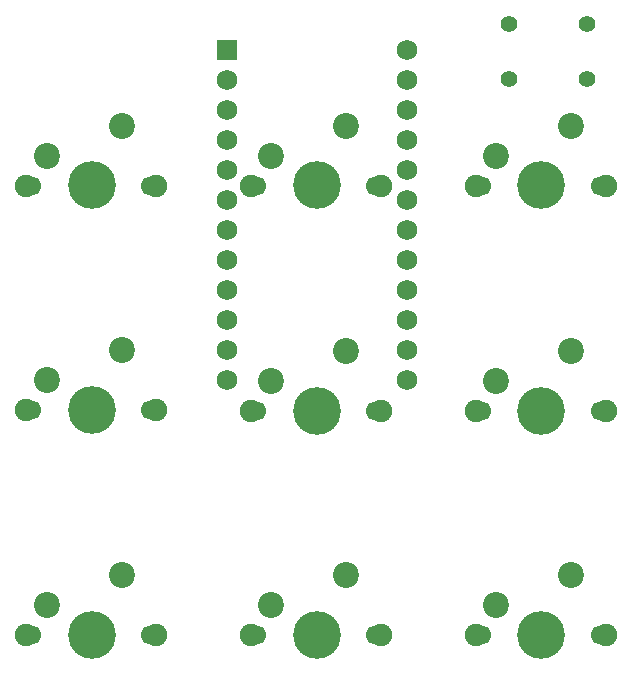
<source format=gbr>
%TF.GenerationSoftware,Altium Limited,Altium Designer,20.1.12 (249)*%
G04 Layer_Color=255*
%FSLAX26Y26*%
%MOIN*%
%TF.SameCoordinates,F1925889-B8ED-483B-8674-5474D18B1AF1*%
%TF.FilePolarity,Positive*%
%TF.FileFunction,Pads,Top*%
%TF.Part,Single*%
G01*
G75*
%TA.AperFunction,ComponentPad*%
%ADD10C,0.069016*%
%ADD11R,0.069016X0.069016*%
%ADD12C,0.159449*%
%ADD13C,0.086614*%
%ADD14C,0.074803*%
%ADD15C,0.066929*%
%ADD16C,0.055118*%
D10*
X848854Y1624174D02*
D03*
Y2224174D02*
D03*
Y2024174D02*
D03*
Y1824174D02*
D03*
Y1924174D02*
D03*
Y1424174D02*
D03*
Y1524174D02*
D03*
Y1224174D02*
D03*
Y2124174D02*
D03*
Y1724174D02*
D03*
Y1324174D02*
D03*
X1448854Y1624174D02*
D03*
Y2324174D02*
D03*
Y2024174D02*
D03*
Y2224174D02*
D03*
Y1824174D02*
D03*
Y1924174D02*
D03*
Y1424174D02*
D03*
Y1524174D02*
D03*
Y1224174D02*
D03*
Y1724174D02*
D03*
Y1324174D02*
D03*
Y2124174D02*
D03*
D11*
X848854Y2324174D02*
D03*
D12*
X397047Y375000D02*
D03*
Y1124213D02*
D03*
X1146496Y1123189D02*
D03*
X1895709D02*
D03*
X1146260Y375000D02*
D03*
X1895472D02*
D03*
X397047Y1873425D02*
D03*
X1146260D02*
D03*
X1895472D02*
D03*
D13*
X246457Y474409D02*
D03*
X496457Y574409D02*
D03*
X246457Y1223622D02*
D03*
X496457Y1323622D02*
D03*
X995905Y1222598D02*
D03*
X1245906Y1322598D02*
D03*
X1745118Y1222598D02*
D03*
X1995118Y1322598D02*
D03*
X995669Y474409D02*
D03*
X1245669Y574409D02*
D03*
X1744882Y474409D02*
D03*
X1994882Y574409D02*
D03*
X246457Y1972835D02*
D03*
X496457Y2072835D02*
D03*
X995669Y1972835D02*
D03*
X1245669Y2072835D02*
D03*
X1744882Y1972835D02*
D03*
X1994882Y2072835D02*
D03*
D14*
X178543Y374409D02*
D03*
X612008D02*
D03*
X178543Y1123622D02*
D03*
X612008D02*
D03*
X927992Y1122598D02*
D03*
X1361457D02*
D03*
X1677205D02*
D03*
X2110669D02*
D03*
X927756Y374409D02*
D03*
X1361220D02*
D03*
X1676968D02*
D03*
X2110433D02*
D03*
X178543Y1872835D02*
D03*
X612008D02*
D03*
X927756D02*
D03*
X1361220D02*
D03*
X1676968D02*
D03*
X2110433D02*
D03*
D15*
X195472Y374409D02*
D03*
X595472D02*
D03*
X195472Y1123622D02*
D03*
X595472D02*
D03*
X944921Y1122598D02*
D03*
X1344921D02*
D03*
X1694134D02*
D03*
X2094134D02*
D03*
X944685Y374409D02*
D03*
X1344685D02*
D03*
X1693898D02*
D03*
X2093898D02*
D03*
X195472Y1872835D02*
D03*
X595472D02*
D03*
X944685D02*
D03*
X1344685D02*
D03*
X1693898D02*
D03*
X2093898D02*
D03*
D16*
X1788740Y2229291D02*
D03*
Y2410394D02*
D03*
X2048583Y2229291D02*
D03*
Y2410394D02*
D03*
%TF.MD5,376ac3f1a06ccd1480efeeecb096e466*%
M02*

</source>
